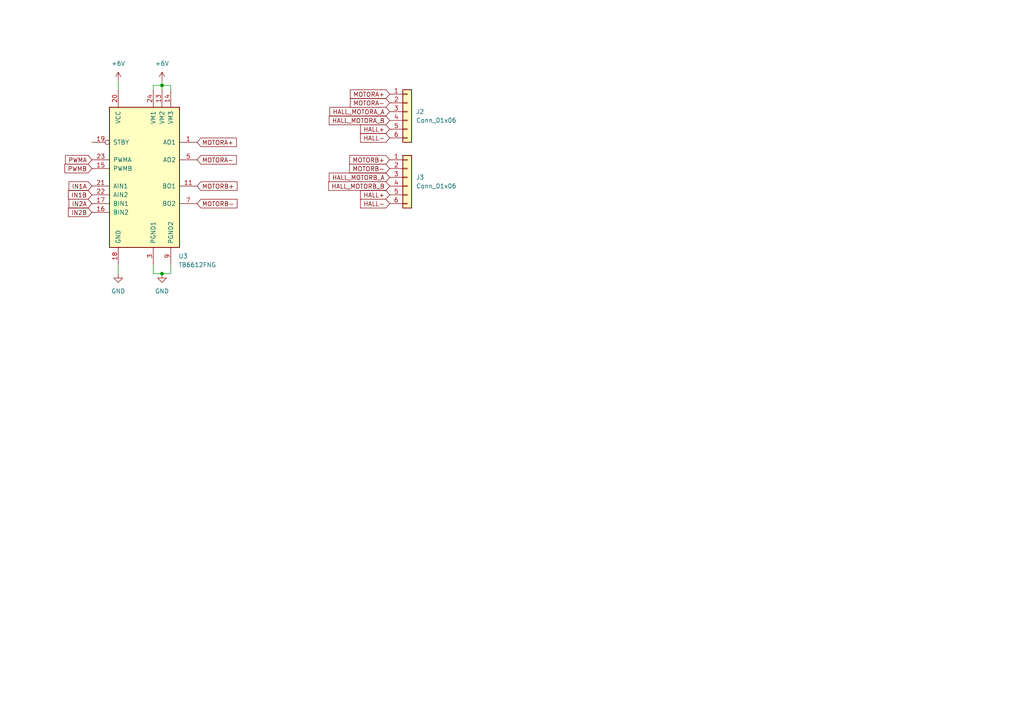
<source format=kicad_sch>
(kicad_sch (version 20230121) (generator eeschema)
  (paper "A4")
  (lib_symbols
    (symbol "Connector_Generic:Conn_01x06" (pin_names (offset 1.016) hide)
      (property "Reference" "J" (at 0 7.62 0))
      (property "Value" "Conn_01x06" (at 0 -10.16 0))
      (symbol "Conn_01x06_1_1"
        (rectangle (start -1.27 -7.493) (end 0 -7.747) (stroke (width 0.1524)))
        (rectangle (start -1.27 -4.953) (end 0 -5.207) (stroke (width 0.1524)))
        (rectangle (start -1.27 -2.413) (end 0 -2.667) (stroke (width 0.1524)))
        (rectangle (start -1.27 0.127) (end 0 -0.127) (stroke (width 0.1524)))
        (rectangle (start -1.27 2.667) (end 0 2.413) (stroke (width 0.1524)))
        (rectangle (start -1.27 5.207) (end 0 4.953) (stroke (width 0.1524)))
        (rectangle (start -1.27 6.35) (end 1.27 -8.89) (stroke (width 0.254)) (fill (type background)))
        (pin passive line (at -5.08 5.08 0) (length 3.81) (name "Pin_1") (number "1"))
        (pin passive line (at -5.08 2.54 0) (length 3.81) (name "Pin_2") (number "2"))
        (pin passive line (at -5.08 0 0) (length 3.81) (name "Pin_3") (number "3"))
        (pin passive line (at -5.08 -2.54 0) (length 3.81) (name "Pin_4") (number "4"))
        (pin passive line (at -5.08 -5.08 0) (length 3.81) (name "Pin_5") (number "5"))
        (pin passive line (at -5.08 -7.62 0) (length 3.81) (name "Pin_6") (number "6"))
      )
    )
    (symbol "Driver_Motor:TB6612FNG" (pin_names (offset 1.016))
      (property "Reference" "U" (at 11.43 17.78 0))
      (property "Value" "TB6612FNG" (at 11.43 15.24 0))
      (symbol "TB6612FNG_0_1"
        (rectangle (start -10.16 20.32) (end 10.16 -20.32) (stroke (width 0.254)) (fill (type background)))
      )
      (symbol "TB6612FNG_1_1"
        (pin output line (at 15.24 10.16 180) (length 5.08) (name "AO1") (number "1"))
        (pin passive line (at 7.62 -25.4 90) (length 5.08) hide (name "PGND2") (number "10"))
        (pin output line (at 15.24 -2.54 180) (length 5.08) (name "BO1") (number "11"))
        (pin passive line (at 15.24 -2.54 180) (length 5.08) hide (name "BO1") (number "12"))
        (pin power_in line (at 5.08 25.4 270) (length 5.08) (name "VM2") (number "13"))
        (pin power_in line (at 7.62 25.4 270) (length 5.08) (name "VM3") (number "14"))
        (pin input line (at -15.24 2.54 0) (length 5.08) (name "PWMB") (number "15"))
        (pin input line (at -15.24 -10.16 0) (length 5.08) (name "BIN2") (number "16"))
        (pin input line (at -15.24 -7.62 0) (length 5.08) (name "BIN1") (number "17"))
        (pin power_in line (at -7.62 -25.4 90) (length 5.08) (name "GND") (number "18"))
        (pin input inverted (at -15.24 10.16 0) (length 5.08) (name "STBY") (number "19"))
        (pin passive line (at 15.24 10.16 180) (length 5.08) hide (name "AO1") (number "2"))
        (pin power_in line (at -7.62 25.4 270) (length 5.08) (name "VCC") (number "20"))
        (pin input line (at -15.24 -2.54 0) (length 5.08) (name "AIN1") (number "21"))
        (pin input line (at -15.24 -5.08 0) (length 5.08) (name "AIN2") (number "22"))
        (pin input line (at -15.24 5.08 0) (length 5.08) (name "PWMA") (number "23"))
        (pin power_in line (at 2.54 25.4 270) (length 5.08) (name "VM1") (number "24"))
        (pin power_in line (at 2.54 -25.4 90) (length 5.08) (name "PGND1") (number "3"))
        (pin passive line (at 2.54 -25.4 90) (length 5.08) hide (name "PGND1") (number "4"))
        (pin output line (at 15.24 5.08 180) (length 5.08) (name "AO2") (number "5"))
        (pin passive line (at 15.24 5.08 180) (length 5.08) hide (name "AO2") (number "6"))
        (pin output line (at 15.24 -7.62 180) (length 5.08) (name "BO2") (number "7"))
        (pin passive line (at 15.24 -7.62 180) (length 5.08) hide (name "BO2") (number "8"))
        (pin power_in line (at 7.62 -25.4 90) (length 5.08) (name "PGND2") (number "9"))
      )
    )
    (symbol "power:+6V" (power) (pin_names (offset 0))
      (property "Value" "+6V" (at 0 3.556 0))
      (symbol "+6V_0_1"
        (polyline (pts (xy -0.762 1.27) (xy 0 2.54)))
        (polyline (pts (xy 0 0) (xy 0 2.54)))
        (polyline (pts (xy 0 2.54) (xy 0.762 1.27)))
      )
      (symbol "+6V_1_1"
        (pin power_in line (at 0 0 90) (length 0) hide (name "+6V") (number "1"))
      )
    )
    (symbol "power:GND" (power) (pin_names (offset 0))
      (property "Value" "GND" (at 0 -3.81 0))
      (symbol "GND_0_1"
        (polyline (pts (xy 0 0) (xy 0 -1.27) (xy 1.27 -1.27) (xy 0 -2.54) (xy -1.27 -1.27) (xy 0 -1.27)))
      )
      (symbol "GND_1_1"
        (pin power_in line (at 0 0 270) (length 0) hide (name "GND") (number "1"))
      )
    )
  )
  (junction (at 46.99 24.765))
  (junction (at 46.99 79.375))
  (wire (pts (xy 46.99 24.765) (xy 46.99 26.035)))
  (wire (pts (xy 46.99 79.375) (xy 44.45 79.375)))
  (wire (pts (xy 49.53 76.835) (xy 49.53 79.375)))
  (wire (pts (xy 44.45 26.035) (xy 44.45 24.765)))
  (wire (pts (xy 44.45 24.765) (xy 46.99 24.765)))
  (wire (pts (xy 49.53 26.035) (xy 49.53 24.765)))
  (wire (pts (xy 34.29 23.495) (xy 34.29 26.035)))
  (wire (pts (xy 34.29 76.835) (xy 34.29 79.375)))
  (wire (pts (xy 49.53 24.765) (xy 46.99 24.765)))
  (wire (pts (xy 49.53 79.375) (xy 46.99 79.375)))
  (wire (pts (xy 46.99 23.495) (xy 46.99 24.765)))
  (wire (pts (xy 44.45 79.375) (xy 44.45 76.835)))
  (global_label "HALL_MOTORB_B" (shape input) (at 113.03 53.975 180) (property "Intersheetrefs" "${INTERSHEET_REFS}" (effects hide)))
  (global_label "MOTORA+" (shape input) (at 113.03 27.305 180) (property "Intersheetrefs" "${INTERSHEET_REFS}" (effects hide)))
  (global_label "MOTORB+" (shape input) (at 57.15 53.975 0) (property "Intersheetrefs" "${INTERSHEET_REFS}" (effects hide)))
  (global_label "MOTORB-" (shape input) (at 113.03 48.895 180) (property "Intersheetrefs" "${INTERSHEET_REFS}" (effects hide)))
  (global_label "HALL_MOTORA_B" (shape input) (at 113.03 34.925 180) (property "Intersheetrefs" "${INTERSHEET_REFS}" (effects hide)))
  (global_label "IN1A" (shape input) (at 26.67 53.975 180) (property "Intersheetrefs" "${INTERSHEET_REFS}" (effects hide)))
  (global_label "IN2B" (shape input) (at 26.67 61.595 180) (property "Intersheetrefs" "${INTERSHEET_REFS}" (effects hide)))
  (global_label "HALL+" (shape input) (at 113.03 56.515 180) (property "Intersheetrefs" "${INTERSHEET_REFS}" (effects hide)))
  (global_label "MOTORA+" (shape input) (at 57.15 41.275 0) (property "Intersheetrefs" "${INTERSHEET_REFS}" (effects hide)))
  (global_label "PWMA" (shape input) (at 26.67 46.355 180) (property "Intersheetrefs" "${INTERSHEET_REFS}" (effects hide)))
  (global_label "HALL_MOTORB_A" (shape input) (at 113.03 51.435 180) (property "Intersheetrefs" "${INTERSHEET_REFS}" (effects hide)))
  (global_label "MOTORB+" (shape input) (at 113.03 46.355 180) (property "Intersheetrefs" "${INTERSHEET_REFS}" (effects hide)))
  (global_label "IN2A" (shape input) (at 26.67 59.055 180) (property "Intersheetrefs" "${INTERSHEET_REFS}" (effects hide)))
  (global_label "HALL_MOTORA_A" (shape input) (at 113.03 32.385 180) (property "Intersheetrefs" "${INTERSHEET_REFS}" (effects hide)))
  (global_label "MOTORB-" (shape input) (at 57.15 59.055 0) (property "Intersheetrefs" "${INTERSHEET_REFS}" (effects hide)))
  (global_label "HALL+" (shape input) (at 113.03 37.465 180) (property "Intersheetrefs" "${INTERSHEET_REFS}" (effects hide)))
  (global_label "HALL-" (shape input) (at 113.03 59.055 180) (property "Intersheetrefs" "${INTERSHEET_REFS}" (effects hide)))
  (global_label "MOTORA-" (shape input) (at 57.15 46.355 0) (property "Intersheetrefs" "${INTERSHEET_REFS}" (effects hide)))
  (global_label "MOTORA-" (shape input) (at 113.03 29.845 180) (property "Intersheetrefs" "${INTERSHEET_REFS}" (effects hide)))
  (global_label "PWMB" (shape input) (at 26.67 48.895 180) (property "Intersheetrefs" "${INTERSHEET_REFS}" (effects hide)))
  (global_label "HALL-" (shape input) (at 113.03 40.005 180) (property "Intersheetrefs" "${INTERSHEET_REFS}" (effects hide)))
  (global_label "IN1B" (shape input) (at 26.67 56.515 180) (property "Intersheetrefs" "${INTERSHEET_REFS}" (effects hide)))
  (symbol (lib_id "Connector_Generic:Conn_01x06") (at 118.11 51.435 0) (unit 1)
    (property "Reference" "J3" (at 120.65 51.435 0) (effects (justify left)))
    (property "Value" "Conn_01x06" (at 120.65 53.975 0) (effects (justify left)))
    (property "Footprint" "Connector_Molex:Molex_KK-254_AE-6410-06A_1x06_P2.54mm_Vertical" (effects hide))
  )
  (symbol (lib_id "power:+6V") (at 34.29 23.495 0) (unit 1)
    (property "Reference" "#PWR014" (effects hide))
    (property "Value" "+6V" (at 34.29 18.415 0))
  )
  (symbol (lib_id "power:+6V") (at 46.99 23.495 0) (unit 1)
    (property "Reference" "#PWR016" (effects hide))
    (property "Value" "+6V" (at 46.99 18.415 0))
  )
  (symbol (lib_id "power:GND") (at 34.29 79.375 0) (unit 1)
    (property "Reference" "#PWR015" (effects hide))
    (property "Value" "GND" (at 34.29 84.455 0))
  )
  (symbol (lib_id "power:GND") (at 46.99 79.375 0) (unit 1)
    (property "Reference" "#PWR017" (effects hide))
    (property "Value" "GND" (at 46.99 84.455 0))
  )
  (symbol (lib_id "Driver_Motor:TB6612FNG") (at 41.91 51.435 0) (unit 1)
    (property "Reference" "U3" (at 51.7241 74.295 0) (effects (justify left)))
    (property "Value" "TB6612FNG" (at 51.7241 76.835 0) (effects (justify left)))
    (property "Footprint" "Package_SO:SSOP-24_5.3x8.2mm_P0.65mm" (effects hide))
    (property "Datasheet" "https://toshiba.semicon-storage.com/us/product/linear/motordriver/detail.TB6612FNG.html" (effects hide))
    (property "Page" "https://www.tme.eu/sk/details/tb6612fng/drivery-motorove-a-pwm/toshiba/tb6612fng-o-c-8-el/" (effects hide))
  )
  (symbol (lib_id "Connector_Generic:Conn_01x06") (at 118.11 32.385 0) (unit 1)
    (property "Reference" "J2" (at 120.65 32.385 0) (effects (justify left)))
    (property "Value" "Conn_01x06" (at 120.65 34.925 0) (effects (justify left)))
    (property "Footprint" "Connector_Molex:Molex_KK-254_AE-6410-06A_1x06_P2.54mm_Vertical" (effects hide))
  )
)
</source>
